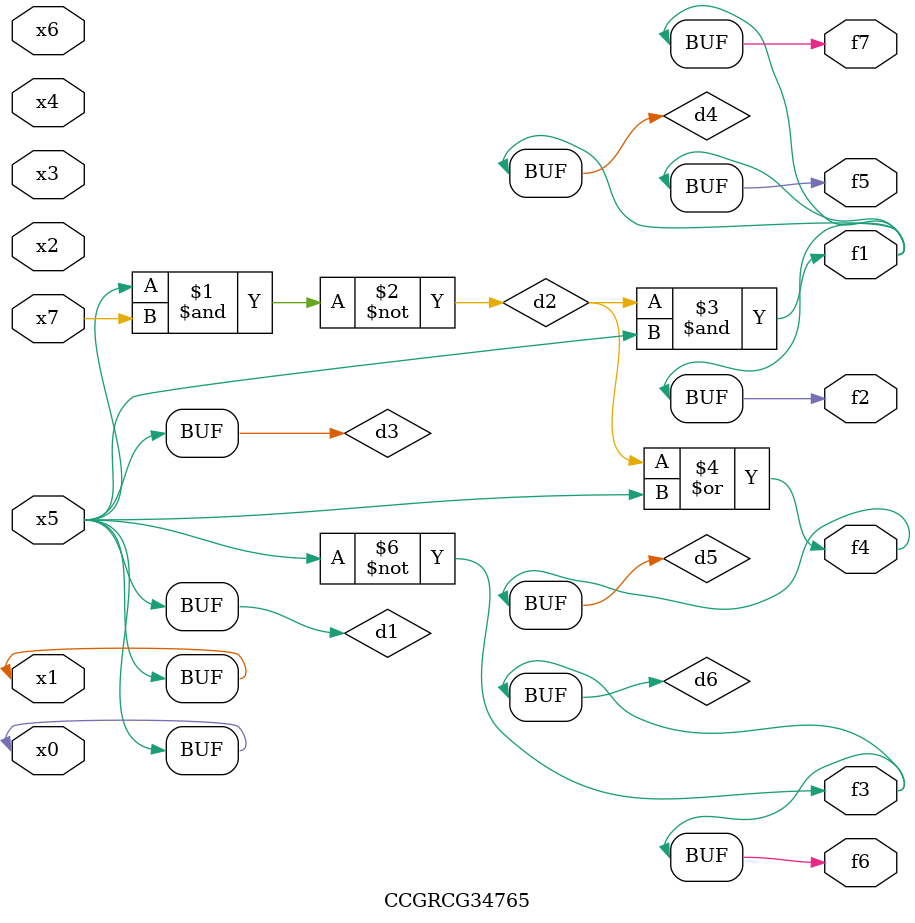
<source format=v>
module CCGRCG34765(
	input x0, x1, x2, x3, x4, x5, x6, x7,
	output f1, f2, f3, f4, f5, f6, f7
);

	wire d1, d2, d3, d4, d5, d6;

	buf (d1, x0, x5);
	nand (d2, x5, x7);
	buf (d3, x0, x1);
	and (d4, d2, d3);
	or (d5, d2, d3);
	nor (d6, d1, d3);
	assign f1 = d4;
	assign f2 = d4;
	assign f3 = d6;
	assign f4 = d5;
	assign f5 = d4;
	assign f6 = d6;
	assign f7 = d4;
endmodule

</source>
